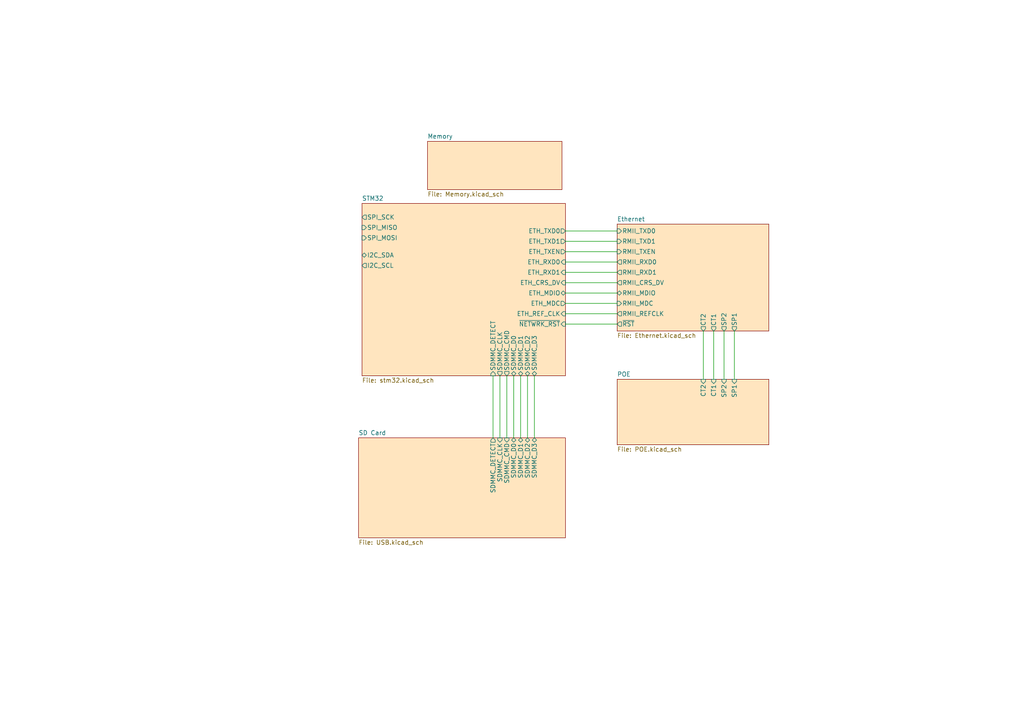
<source format=kicad_sch>
(kicad_sch
	(version 20250114)
	(generator "eeschema")
	(generator_version "9.0")
	(uuid "b3ce22de-813e-4a84-80c2-bec39c904000")
	(paper "A4")
	(lib_symbols)
	(wire
		(pts
			(xy 164 91) (xy 179 91)
		)
		(stroke
			(width 0)
			(type default)
		)
		(uuid "0b818021-fbf7-4968-93ec-93e58834fb80")
	)
	(wire
		(pts
			(xy 145 109) (xy 145 127)
		)
		(stroke
			(width 0)
			(type default)
		)
		(uuid "0f3eb029-e1fc-4385-b0c0-36ea9f89cba8")
	)
	(wire
		(pts
			(xy 164 79) (xy 179 79)
		)
		(stroke
			(width 0)
			(type default)
		)
		(uuid "0f7429c7-71c8-49ee-8e3e-ca590c2ba807")
	)
	(wire
		(pts
			(xy 164 73) (xy 179 73)
		)
		(stroke
			(width 0)
			(type default)
		)
		(uuid "2895db54-3abb-49db-a29a-2f52246c4ad9")
	)
	(wire
		(pts
			(xy 164 82) (xy 179 82)
		)
		(stroke
			(width 0)
			(type default)
		)
		(uuid "3458fa50-c22c-4375-b100-24812f7c5a51")
	)
	(wire
		(pts
			(xy 164 85) (xy 179 85)
		)
		(stroke
			(width 0)
			(type default)
		)
		(uuid "3cb81aac-b298-4b71-a206-be3591f5b49e")
	)
	(wire
		(pts
			(xy 149 109) (xy 149 127)
		)
		(stroke
			(width 0)
			(type default)
		)
		(uuid "44dc54b7-f9d4-4c9b-9987-b0920601134e")
	)
	(wire
		(pts
			(xy 207 96) (xy 207 110)
		)
		(stroke
			(width 0)
			(type default)
		)
		(uuid "4595017e-455d-4503-9eb9-323553a3434b")
	)
	(wire
		(pts
			(xy 164 76) (xy 179 76)
		)
		(stroke
			(width 0)
			(type default)
		)
		(uuid "4a0ebe84-d059-4a6b-83c0-129aca66ee94")
	)
	(wire
		(pts
			(xy 143 109) (xy 143 127)
		)
		(stroke
			(width 0)
			(type default)
		)
		(uuid "56de1240-8cd9-4f9b-b143-15b15f6c5d92")
	)
	(wire
		(pts
			(xy 204 96) (xy 204 110)
		)
		(stroke
			(width 0)
			(type default)
		)
		(uuid "5b62d79d-0b26-4df1-ae85-2c04dc0882ae")
	)
	(wire
		(pts
			(xy 210 96) (xy 210 110)
		)
		(stroke
			(width 0)
			(type default)
		)
		(uuid "6013b2d3-f728-4eda-a28d-b1fd6107318e")
	)
	(wire
		(pts
			(xy 151 109) (xy 151 127)
		)
		(stroke
			(width 0)
			(type default)
		)
		(uuid "709b444d-ad14-4dda-bcc5-290d65ff9f64")
	)
	(wire
		(pts
			(xy 213 96) (xy 213 110)
		)
		(stroke
			(width 0)
			(type default)
		)
		(uuid "7dcb64eb-15cc-4ad7-ac06-6c9ddf35f299")
	)
	(wire
		(pts
			(xy 155 109) (xy 155 127)
		)
		(stroke
			(width 0)
			(type default)
		)
		(uuid "82855f86-39d4-4df5-97f5-f8db54249172")
	)
	(wire
		(pts
			(xy 153 109) (xy 153 127)
		)
		(stroke
			(width 0)
			(type default)
		)
		(uuid "ae38fd69-9f0e-432c-8bb4-d78dd4846666")
	)
	(wire
		(pts
			(xy 147 109) (xy 147 127)
		)
		(stroke
			(width 0)
			(type default)
		)
		(uuid "bd15d2b4-13a4-4ff1-80bd-1737541ae63e")
	)
	(wire
		(pts
			(xy 164 67) (xy 179 67)
		)
		(stroke
			(width 0)
			(type default)
		)
		(uuid "bd1c3705-4bca-48f2-96c0-d18b5a0e49e8")
	)
	(wire
		(pts
			(xy 164 94) (xy 179 94)
		)
		(stroke
			(width 0)
			(type default)
		)
		(uuid "ef85fb52-69e9-46e0-b4c6-be629764015d")
	)
	(wire
		(pts
			(xy 164 88) (xy 179 88)
		)
		(stroke
			(width 0)
			(type default)
		)
		(uuid "f27102d2-012f-4279-9d2f-4842937d94ce")
	)
	(wire
		(pts
			(xy 164 70) (xy 179 70)
		)
		(stroke
			(width 0)
			(type default)
		)
		(uuid "f3d38e44-c8b2-49b3-92ef-03eaae8d5cfd")
	)
	(sheet
		(at 179 110)
		(size 44 19)
		(exclude_from_sim no)
		(in_bom yes)
		(on_board yes)
		(dnp no)
		(fields_autoplaced yes)
		(stroke
			(width 0.1524)
			(type solid)
		)
		(fill
			(color 255 229 191 1.0000)
		)
		(uuid "4cd1692b-280a-46ef-a0ce-bb76541e4c5a")
		(property "Sheetname" "POE"
			(at 179 109.2884 0)
			(effects
				(font
					(size 1.27 1.27)
				)
				(justify left bottom)
			)
		)
		(property "Sheetfile" "POE.kicad_sch"
			(at 179 129.5846 0)
			(effects
				(font
					(size 1.27 1.27)
				)
				(justify left top)
			)
		)
		(pin "CT2" input
			(at 204 110 90)
			(uuid "4e017eac-e1db-4882-972d-a5c550f478f5")
			(effects
				(font
					(size 1.27 1.27)
				)
				(justify right)
			)
		)
		(pin "CT1" input
			(at 207 110 90)
			(uuid "a573bfca-8fa4-46fb-973d-03b34f4ae14f")
			(effects
				(font
					(size 1.27 1.27)
				)
				(justify right)
			)
		)
		(pin "SP2" input
			(at 210 110 90)
			(uuid "c385a3cb-c593-4e6c-8ce4-da1cf1215b35")
			(effects
				(font
					(size 1.27 1.27)
				)
				(justify right)
			)
		)
		(pin "SP1" input
			(at 213 110 90)
			(uuid "a18cb72e-4eec-45b6-b370-9c7f2090c5ce")
			(effects
				(font
					(size 1.27 1.27)
				)
				(justify right)
			)
		)
		(instances
			(project "projet_lcd"
				(path "/b3ce22de-813e-4a84-80c2-bec39c904000"
					(page "3")
				)
			)
		)
	)
	(sheet
		(at 179 65)
		(size 44 31)
		(exclude_from_sim no)
		(in_bom yes)
		(on_board yes)
		(dnp no)
		(fields_autoplaced yes)
		(stroke
			(width 0.1524)
			(type solid)
			(color 132 0 0 1)
		)
		(fill
			(color 255 229 191 1.0000)
		)
		(uuid "4f5f892b-036b-4e71-84df-7e1dbf92e07c")
		(property "Sheetname" "Ethernet"
			(at 179 64.2884 0)
			(effects
				(font
					(size 1.27 1.27)
				)
				(justify left bottom)
			)
		)
		(property "Sheetfile" "Ethernet.kicad_sch"
			(at 179 96.5846 0)
			(effects
				(font
					(size 1.27 1.27)
				)
				(justify left top)
			)
		)
		(pin "RMII_RXD0" output
			(at 179 76 180)
			(uuid "39dba3e9-7c79-4069-8e84-d6664ae44914")
			(effects
				(font
					(size 1.27 1.27)
				)
				(justify left)
			)
		)
		(pin "RMII_RXD1" output
			(at 179 79 180)
			(uuid "cbecc045-13fc-43da-8d08-408c7a5b2286")
			(effects
				(font
					(size 1.27 1.27)
				)
				(justify left)
			)
		)
		(pin "RMII_REFCLK" output
			(at 179 91 180)
			(uuid "5b375627-7e4a-43c5-a11a-dcd426769c6d")
			(effects
				(font
					(size 1.27 1.27)
				)
				(justify left)
			)
		)
		(pin "RMII_MDC" input
			(at 179 88 180)
			(uuid "25071460-b227-45c1-a37d-50cfc0963036")
			(effects
				(font
					(size 1.27 1.27)
				)
				(justify left)
			)
		)
		(pin "~{RST}" output
			(at 179 94 180)
			(uuid "029af79f-366f-4e89-b99c-40a4105dbdaf")
			(effects
				(font
					(size 1.27 1.27)
				)
				(justify left)
			)
		)
		(pin "RMII_MDIO" bidirectional
			(at 179 85 180)
			(uuid "37780a48-fc8d-47e8-a357-2014cf844915")
			(effects
				(font
					(size 1.27 1.27)
				)
				(justify left)
			)
		)
		(pin "RMII_CRS_DV" output
			(at 179 82 180)
			(uuid "1f0d9b11-021d-4910-9b77-de7a7014bcd6")
			(effects
				(font
					(size 1.27 1.27)
				)
				(justify left)
			)
		)
		(pin "RMII_TXD1" input
			(at 179 70 180)
			(uuid "c7b315d7-642d-4ba1-8619-3086c84d0adf")
			(effects
				(font
					(size 1.27 1.27)
				)
				(justify left)
			)
		)
		(pin "RMII_TXD0" input
			(at 179 67 180)
			(uuid "68ca8c1a-7fcc-4f73-bfe9-44fa6c3b8fc5")
			(effects
				(font
					(size 1.27 1.27)
				)
				(justify left)
			)
		)
		(pin "RMII_TXEN" input
			(at 179 73 180)
			(uuid "30b3c5e0-2407-46e1-8038-91cd30cb9e9c")
			(effects
				(font
					(size 1.27 1.27)
				)
				(justify left)
			)
		)
		(pin "CT1" output
			(at 207 96 270)
			(uuid "1e8ec011-924b-4177-a044-d646d229e76a")
			(effects
				(font
					(size 1.27 1.27)
				)
				(justify left)
			)
		)
		(pin "CT2" output
			(at 204 96 270)
			(uuid "81fbe090-e402-4bc9-abf1-422370e24ef7")
			(effects
				(font
					(size 1.27 1.27)
				)
				(justify left)
			)
		)
		(pin "SP1" output
			(at 213 96 270)
			(uuid "f865d83f-d873-401b-83b4-e69ab73e84c8")
			(effects
				(font
					(size 1.27 1.27)
				)
				(justify left)
			)
		)
		(pin "SP2" output
			(at 210 96 270)
			(uuid "9ca6b3f7-abe8-4834-afbe-e5a95e1c5f97")
			(effects
				(font
					(size 1.27 1.27)
				)
				(justify left)
			)
		)
		(instances
			(project "projet_lcd"
				(path "/b3ce22de-813e-4a84-80c2-bec39c904000"
					(page "4")
				)
			)
		)
	)
	(sheet
		(at 105 59)
		(size 59 50)
		(exclude_from_sim no)
		(in_bom yes)
		(on_board yes)
		(dnp no)
		(fields_autoplaced yes)
		(stroke
			(width 0.1524)
			(type solid)
		)
		(fill
			(color 255 229 191 1.0000)
		)
		(uuid "9ea47d51-491e-4a8f-867a-699065ac1e83")
		(property "Sheetname" "STM32"
			(at 105 58.2884 0)
			(effects
				(font
					(size 1.27 1.27)
				)
				(justify left bottom)
			)
		)
		(property "Sheetfile" "stm32.kicad_sch"
			(at 105 109.5846 0)
			(effects
				(font
					(size 1.27 1.27)
				)
				(justify left top)
			)
		)
		(pin "SDMMC_CLK" output
			(at 145 109 270)
			(uuid "b9280424-f021-4c92-8283-48342b65124d")
			(effects
				(font
					(size 1.27 1.27)
				)
				(justify left)
			)
		)
		(pin "SDMMC_CMD" output
			(at 147 109 270)
			(uuid "8e0d22ec-ef67-49c1-af1b-1fc72a32265b")
			(effects
				(font
					(size 1.27 1.27)
				)
				(justify left)
			)
		)
		(pin "SDMMC_D0" bidirectional
			(at 149 109 270)
			(uuid "f0a0f345-8673-49f6-8e79-9a8c7af87da2")
			(effects
				(font
					(size 1.27 1.27)
				)
				(justify left)
			)
		)
		(pin "SDMMC_D1" bidirectional
			(at 151 109 270)
			(uuid "d066c9d1-71fb-4a38-b454-88ca6de43fee")
			(effects
				(font
					(size 1.27 1.27)
				)
				(justify left)
			)
		)
		(pin "SDMMC_D2" bidirectional
			(at 153 109 270)
			(uuid "080fb0f1-791b-4d1f-870c-35e1b9695a45")
			(effects
				(font
					(size 1.27 1.27)
				)
				(justify left)
			)
		)
		(pin "SDMMC_D3" bidirectional
			(at 155 109 270)
			(uuid "17bee852-bce0-4afb-a6f8-74f39bc1fe22")
			(effects
				(font
					(size 1.27 1.27)
				)
				(justify left)
			)
		)
		(pin "SDMMC_DETECT" input
			(at 143 109 270)
			(uuid "67ab24a7-76fd-4cfc-8550-435c25e228d4")
			(effects
				(font
					(size 1.27 1.27)
				)
				(justify left)
			)
		)
		(pin "ETH_CRS_DV" input
			(at 164 82 0)
			(uuid "50cd59a5-8e09-44e9-84ab-b9f5da9e99a6")
			(effects
				(font
					(size 1.27 1.27)
				)
				(justify right)
			)
		)
		(pin "ETH_MDIO" bidirectional
			(at 164 85 0)
			(uuid "5ddcc42e-9b52-4e83-a029-839bc98b03df")
			(effects
				(font
					(size 1.27 1.27)
				)
				(justify right)
			)
		)
		(pin "ETH_REF_CLK" input
			(at 164 91 0)
			(uuid "1f51b516-4993-4bab-bbae-a67344c4ad3b")
			(effects
				(font
					(size 1.27 1.27)
				)
				(justify right)
			)
		)
		(pin "ETH_TXEN" output
			(at 164 73 0)
			(uuid "8fae5801-8f38-4e9c-a48a-ecf2dfa603dc")
			(effects
				(font
					(size 1.27 1.27)
				)
				(justify right)
			)
		)
		(pin "ETH_TXD0" output
			(at 164 67 0)
			(uuid "d087e08e-fe1a-4586-846a-37079ba08aec")
			(effects
				(font
					(size 1.27 1.27)
				)
				(justify right)
			)
		)
		(pin "ETH_TXD1" output
			(at 164 70 0)
			(uuid "eb5a5ec5-4408-48c5-b385-94513d512326")
			(effects
				(font
					(size 1.27 1.27)
				)
				(justify right)
			)
		)
		(pin "ETH_RXD1" input
			(at 164 79 0)
			(uuid "0e97b8aa-d1c3-4390-a7ed-33bdde4e301d")
			(effects
				(font
					(size 1.27 1.27)
				)
				(justify right)
			)
		)
		(pin "ETH_MDC" output
			(at 164 88 0)
			(uuid "1c43874f-f684-4f1c-9dfd-6eae941f7939")
			(effects
				(font
					(size 1.27 1.27)
				)
				(justify right)
			)
		)
		(pin "ETH_RXD0" input
			(at 164 76 0)
			(uuid "aa9b1612-ee75-42e6-b310-d9133427c431")
			(effects
				(font
					(size 1.27 1.27)
				)
				(justify right)
			)
		)
		(pin "~{NETWRK_RST}" input
			(at 164 94 0)
			(uuid "98904f1f-7ff5-4005-b7fd-94fe909b7b45")
			(effects
				(font
					(size 1.27 1.27)
				)
				(justify right)
			)
		)
		(pin "SPI_MISO" input
			(at 105 66 180)
			(uuid "ce798f4c-b440-43f0-8904-ba51cb05af48")
			(effects
				(font
					(size 1.27 1.27)
				)
				(justify left)
			)
		)
		(pin "I2C_SDA" bidirectional
			(at 105 74 180)
			(uuid "d632d495-4db7-4693-9cbd-857700d622e6")
			(effects
				(font
					(size 1.27 1.27)
				)
				(justify left)
			)
		)
		(pin "SPI_SCK" output
			(at 105 63 180)
			(uuid "aa7694be-cf17-4e81-a70c-6e0e13474f09")
			(effects
				(font
					(size 1.27 1.27)
				)
				(justify left)
			)
		)
		(pin "I2C_SCL" output
			(at 105 77 180)
			(uuid "28e4648c-2cf5-477f-b25c-f3f3b5fad18f")
			(effects
				(font
					(size 1.27 1.27)
				)
				(justify left)
			)
		)
		(pin "SPI_MOSI" input
			(at 105 69 180)
			(uuid "258e50a0-d01b-44a5-9f6f-ba4ef4ab66ec")
			(effects
				(font
					(size 1.27 1.27)
				)
				(justify left)
			)
		)
		(instances
			(project "projet_lcd"
				(path "/b3ce22de-813e-4a84-80c2-bec39c904000"
					(page "2")
				)
			)
		)
	)
	(sheet
		(at 104 127)
		(size 60 29)
		(exclude_from_sim no)
		(in_bom yes)
		(on_board yes)
		(dnp no)
		(fields_autoplaced yes)
		(stroke
			(width 0.1524)
			(type solid)
		)
		(fill
			(color 255 229 191 1.0000)
		)
		(uuid "c6fab658-f544-4247-906b-fdb14f28513d")
		(property "Sheetname" "SD Card"
			(at 104 126.2884 0)
			(effects
				(font
					(size 1.27 1.27)
				)
				(justify left bottom)
			)
		)
		(property "Sheetfile" "USB.kicad_sch"
			(at 104 156.5846 0)
			(effects
				(font
					(size 1.27 1.27)
				)
				(justify left top)
			)
		)
		(pin "SDMMC_CLK" input
			(at 145 127 90)
			(uuid "805bcf8d-5bab-4f30-b7dd-38535f46bd78")
			(effects
				(font
					(size 1.27 1.27)
				)
				(justify right)
			)
		)
		(pin "SDMMC_CMD" input
			(at 147 127 90)
			(uuid "113708b6-a884-4277-bfba-a9ea2ed411da")
			(effects
				(font
					(size 1.27 1.27)
				)
				(justify right)
			)
		)
		(pin "SDMMC_D0" bidirectional
			(at 149 127 90)
			(uuid "3de582ac-82d3-4764-a463-b3aae63e092c")
			(effects
				(font
					(size 1.27 1.27)
				)
				(justify right)
			)
		)
		(pin "SDMMC_D1" bidirectional
			(at 151 127 90)
			(uuid "57307035-33ef-4a4c-b47c-2531210997d7")
			(effects
				(font
					(size 1.27 1.27)
				)
				(justify right)
			)
		)
		(pin "SDMMC_D2" bidirectional
			(at 153 127 90)
			(uuid "ef674ebb-fb63-4225-8645-0d70151d6547")
			(effects
				(font
					(size 1.27 1.27)
				)
				(justify right)
			)
		)
		(pin "SDMMC_D3" bidirectional
			(at 155 127 90)
			(uuid "01606934-946a-445b-a40f-6bec0bbc2f18")
			(effects
				(font
					(size 1.27 1.27)
				)
				(justify right)
			)
		)
		(pin "SDMMC_DETECT" output
			(at 143 127 90)
			(uuid "ef6691e4-d6a8-4777-aae8-80370dd15489")
			(effects
				(font
					(size 1.27 1.27)
				)
				(justify right)
			)
		)
		(instances
			(project "projet_lcd"
				(path "/b3ce22de-813e-4a84-80c2-bec39c904000"
					(page "5")
				)
			)
		)
	)
	(sheet
		(at 124 41)
		(size 39 14)
		(exclude_from_sim no)
		(in_bom yes)
		(on_board yes)
		(dnp no)
		(fields_autoplaced yes)
		(stroke
			(width 0.1524)
			(type solid)
		)
		(fill
			(color 255 229 191 1.0000)
		)
		(uuid "ce0b32e7-45df-4e1a-b11f-a58eebba706d")
		(property "Sheetname" "Memory"
			(at 124 40.2884 0)
			(effects
				(font
					(size 1.27 1.27)
				)
				(justify left bottom)
			)
		)
		(property "Sheetfile" "Memory.kicad_sch"
			(at 124 55.5846 0)
			(effects
				(font
					(size 1.27 1.27)
				)
				(justify left top)
			)
		)
		(instances
			(project "projet_lcd"
				(path "/b3ce22de-813e-4a84-80c2-bec39c904000"
					(page "6")
				)
			)
		)
	)
	(sheet_instances
		(path "/"
			(page "1")
		)
	)
	(embedded_fonts no)
)

</source>
